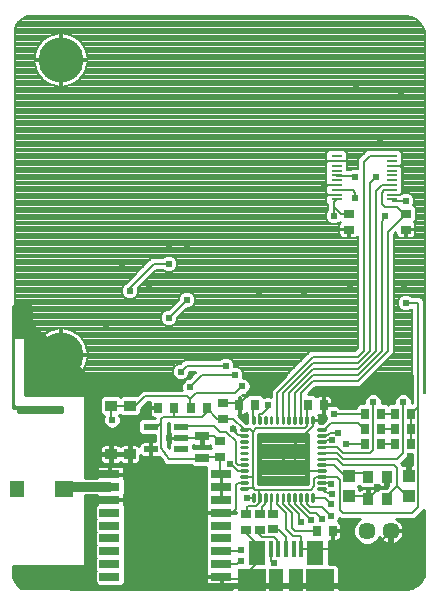
<source format=gtl>
G75*
G70*
%OFA0B0*%
%FSLAX24Y24*%
%IPPOS*%
%LPD*%
%AMOC8*
5,1,8,0,0,1.08239X$1,22.5*
%
%ADD10R,0.0709X0.0315*%
%ADD11R,0.0709X0.0276*%
%ADD12R,0.0354X0.0276*%
%ADD13R,0.0472X0.0315*%
%ADD14R,0.1575X0.0197*%
%ADD15R,0.0472X0.0551*%
%ADD16R,0.0591X0.0551*%
%ADD17C,0.0087*%
%ADD18C,0.0180*%
%ADD19C,0.1500*%
%ADD20R,0.0370X0.0090*%
%ADD21R,0.0177X0.0543*%
%ADD22R,0.0581X0.0827*%
%ADD23R,0.0935X0.0748*%
%ADD24R,0.0463X0.0748*%
%ADD25C,0.0570*%
%ADD26R,0.0394X0.0354*%
%ADD27R,0.0276X0.0354*%
%ADD28R,0.0354X0.0394*%
%ADD29R,0.0394X0.0433*%
%ADD30R,0.0472X0.0217*%
%ADD31C,0.0100*%
%ADD32C,0.0240*%
%ADD33C,0.0080*%
%ADD34C,0.0070*%
%ADD35C,0.0200*%
%ADD36C,0.0320*%
D10*
X003649Y002847D03*
X003649Y003280D03*
X003649Y003713D03*
X003649Y004146D03*
X003649Y004579D03*
X003649Y005012D03*
X003649Y005445D03*
X007389Y005445D03*
X007389Y005012D03*
X007389Y004579D03*
X007389Y004146D03*
X007389Y003713D03*
X007389Y003280D03*
X007389Y002847D03*
D11*
X007389Y002433D03*
X007389Y005858D03*
X003649Y005858D03*
X003649Y002433D03*
D12*
X007340Y006440D03*
X007340Y006951D03*
X007440Y007710D03*
X007440Y008221D03*
X008210Y004521D03*
X008210Y004010D03*
X008660Y004010D03*
X008660Y004521D03*
X009110Y004531D03*
X009110Y004020D03*
X011640Y014010D03*
X011640Y014521D03*
X013540Y014521D03*
X013540Y014010D03*
D13*
X006740Y007120D03*
X006740Y006411D03*
D14*
X001340Y008023D03*
X001340Y002708D03*
D15*
X000592Y005365D03*
D16*
X002147Y005365D03*
D17*
X008047Y005370D02*
X008255Y005370D01*
X008047Y005370D02*
X008047Y005392D01*
X008255Y005392D01*
X008255Y005370D01*
X008255Y005567D02*
X008047Y005567D01*
X008047Y005589D01*
X008255Y005589D01*
X008255Y005567D01*
X008255Y005764D02*
X008047Y005764D01*
X008047Y005786D01*
X008255Y005786D01*
X008255Y005764D01*
X008255Y005961D02*
X008047Y005961D01*
X008047Y005983D01*
X008255Y005983D01*
X008255Y005961D01*
X008255Y006158D02*
X008047Y006158D01*
X008047Y006180D01*
X008255Y006180D01*
X008255Y006158D01*
X008255Y006354D02*
X008047Y006354D01*
X008047Y006376D01*
X008255Y006376D01*
X008255Y006354D01*
X008255Y006551D02*
X008047Y006551D01*
X008047Y006573D01*
X008255Y006573D01*
X008255Y006551D01*
X008255Y006748D02*
X008047Y006748D01*
X008047Y006770D01*
X008255Y006770D01*
X008255Y006748D01*
X008255Y006945D02*
X008047Y006945D01*
X008047Y006967D01*
X008255Y006967D01*
X008255Y006945D01*
X008255Y007142D02*
X008047Y007142D01*
X008047Y007164D01*
X008255Y007164D01*
X008255Y007142D01*
X008255Y007339D02*
X008047Y007339D01*
X008047Y007361D01*
X008255Y007361D01*
X008255Y007339D01*
X008445Y007551D02*
X008445Y007759D01*
X008467Y007759D01*
X008467Y007551D01*
X008445Y007551D01*
X008445Y007637D02*
X008467Y007637D01*
X008467Y007723D02*
X008445Y007723D01*
X008642Y007759D02*
X008642Y007551D01*
X008642Y007759D02*
X008664Y007759D01*
X008664Y007551D01*
X008642Y007551D01*
X008642Y007637D02*
X008664Y007637D01*
X008664Y007723D02*
X008642Y007723D01*
X008838Y007759D02*
X008838Y007551D01*
X008838Y007759D02*
X008860Y007759D01*
X008860Y007551D01*
X008838Y007551D01*
X008838Y007637D02*
X008860Y007637D01*
X008860Y007723D02*
X008838Y007723D01*
X009035Y007759D02*
X009035Y007551D01*
X009035Y007759D02*
X009057Y007759D01*
X009057Y007551D01*
X009035Y007551D01*
X009035Y007637D02*
X009057Y007637D01*
X009057Y007723D02*
X009035Y007723D01*
X009232Y007759D02*
X009232Y007551D01*
X009232Y007759D02*
X009254Y007759D01*
X009254Y007551D01*
X009232Y007551D01*
X009232Y007637D02*
X009254Y007637D01*
X009254Y007723D02*
X009232Y007723D01*
X009429Y007759D02*
X009429Y007551D01*
X009429Y007759D02*
X009451Y007759D01*
X009451Y007551D01*
X009429Y007551D01*
X009429Y007637D02*
X009451Y007637D01*
X009451Y007723D02*
X009429Y007723D01*
X009626Y007759D02*
X009626Y007551D01*
X009626Y007759D02*
X009648Y007759D01*
X009648Y007551D01*
X009626Y007551D01*
X009626Y007637D02*
X009648Y007637D01*
X009648Y007723D02*
X009626Y007723D01*
X009823Y007759D02*
X009823Y007551D01*
X009823Y007759D02*
X009845Y007759D01*
X009845Y007551D01*
X009823Y007551D01*
X009823Y007637D02*
X009845Y007637D01*
X009845Y007723D02*
X009823Y007723D01*
X010020Y007759D02*
X010020Y007551D01*
X010020Y007759D02*
X010042Y007759D01*
X010042Y007551D01*
X010020Y007551D01*
X010020Y007637D02*
X010042Y007637D01*
X010042Y007723D02*
X010020Y007723D01*
X010216Y007759D02*
X010216Y007551D01*
X010216Y007759D02*
X010238Y007759D01*
X010238Y007551D01*
X010216Y007551D01*
X010216Y007637D02*
X010238Y007637D01*
X010238Y007723D02*
X010216Y007723D01*
X010413Y007759D02*
X010413Y007551D01*
X010413Y007759D02*
X010435Y007759D01*
X010435Y007551D01*
X010413Y007551D01*
X010413Y007637D02*
X010435Y007637D01*
X010435Y007723D02*
X010413Y007723D01*
X010625Y007361D02*
X010833Y007361D01*
X010833Y007339D01*
X010625Y007339D01*
X010625Y007361D01*
X010625Y007164D02*
X010833Y007164D01*
X010833Y007142D01*
X010625Y007142D01*
X010625Y007164D01*
X010625Y006967D02*
X010833Y006967D01*
X010833Y006945D01*
X010625Y006945D01*
X010625Y006967D01*
X010625Y006770D02*
X010833Y006770D01*
X010833Y006748D01*
X010625Y006748D01*
X010625Y006770D01*
X010625Y006573D02*
X010833Y006573D01*
X010833Y006551D01*
X010625Y006551D01*
X010625Y006573D01*
X010625Y006376D02*
X010833Y006376D01*
X010833Y006354D01*
X010625Y006354D01*
X010625Y006376D01*
X010625Y006180D02*
X010833Y006180D01*
X010833Y006158D01*
X010625Y006158D01*
X010625Y006180D01*
X010625Y005983D02*
X010833Y005983D01*
X010833Y005961D01*
X010625Y005961D01*
X010625Y005983D01*
X010625Y005786D02*
X010833Y005786D01*
X010833Y005764D01*
X010625Y005764D01*
X010625Y005786D01*
X010625Y005589D02*
X010833Y005589D01*
X010833Y005567D01*
X010625Y005567D01*
X010625Y005589D01*
X010625Y005392D02*
X010833Y005392D01*
X010833Y005370D01*
X010625Y005370D01*
X010625Y005392D01*
X010435Y005180D02*
X010435Y004972D01*
X010413Y004972D01*
X010413Y005180D01*
X010435Y005180D01*
X010435Y005058D02*
X010413Y005058D01*
X010413Y005144D02*
X010435Y005144D01*
X010238Y005180D02*
X010238Y004972D01*
X010216Y004972D01*
X010216Y005180D01*
X010238Y005180D01*
X010238Y005058D02*
X010216Y005058D01*
X010216Y005144D02*
X010238Y005144D01*
X010042Y005180D02*
X010042Y004972D01*
X010020Y004972D01*
X010020Y005180D01*
X010042Y005180D01*
X010042Y005058D02*
X010020Y005058D01*
X010020Y005144D02*
X010042Y005144D01*
X009845Y005180D02*
X009845Y004972D01*
X009823Y004972D01*
X009823Y005180D01*
X009845Y005180D01*
X009845Y005058D02*
X009823Y005058D01*
X009823Y005144D02*
X009845Y005144D01*
X009648Y005180D02*
X009648Y004972D01*
X009626Y004972D01*
X009626Y005180D01*
X009648Y005180D01*
X009648Y005058D02*
X009626Y005058D01*
X009626Y005144D02*
X009648Y005144D01*
X009451Y005180D02*
X009451Y004972D01*
X009429Y004972D01*
X009429Y005180D01*
X009451Y005180D01*
X009451Y005058D02*
X009429Y005058D01*
X009429Y005144D02*
X009451Y005144D01*
X009254Y005180D02*
X009254Y004972D01*
X009232Y004972D01*
X009232Y005180D01*
X009254Y005180D01*
X009254Y005058D02*
X009232Y005058D01*
X009232Y005144D02*
X009254Y005144D01*
X009057Y005180D02*
X009057Y004972D01*
X009035Y004972D01*
X009035Y005180D01*
X009057Y005180D01*
X009057Y005058D02*
X009035Y005058D01*
X009035Y005144D02*
X009057Y005144D01*
X008860Y005180D02*
X008860Y004972D01*
X008838Y004972D01*
X008838Y005180D01*
X008860Y005180D01*
X008860Y005058D02*
X008838Y005058D01*
X008838Y005144D02*
X008860Y005144D01*
X008664Y005180D02*
X008664Y004972D01*
X008642Y004972D01*
X008642Y005180D01*
X008664Y005180D01*
X008664Y005058D02*
X008642Y005058D01*
X008642Y005144D02*
X008664Y005144D01*
X008467Y005180D02*
X008467Y004972D01*
X008445Y004972D01*
X008445Y005180D01*
X008467Y005180D01*
X008467Y005058D02*
X008445Y005058D01*
X008445Y005144D02*
X008467Y005144D01*
D18*
X010250Y005555D02*
X010250Y007175D01*
X010250Y005555D02*
X008630Y005555D01*
X008630Y007175D01*
X010250Y007175D01*
X010250Y005734D02*
X008630Y005734D01*
X008630Y005913D02*
X010250Y005913D01*
X010250Y006092D02*
X008630Y006092D01*
X008630Y006271D02*
X010250Y006271D01*
X010250Y006450D02*
X008630Y006450D01*
X008630Y006629D02*
X010250Y006629D01*
X010250Y006808D02*
X008630Y006808D01*
X008630Y006987D02*
X010250Y006987D01*
X010250Y007166D02*
X008630Y007166D01*
D19*
X002047Y009825D03*
X002047Y019668D03*
D20*
X011236Y016455D03*
X011236Y016295D03*
X011236Y016135D03*
X011236Y015975D03*
X011236Y015815D03*
X011236Y015655D03*
X011236Y015495D03*
X011236Y015335D03*
X011236Y015175D03*
X011236Y015015D03*
X013066Y015015D03*
X013066Y015175D03*
X013066Y015335D03*
X013066Y015495D03*
X013066Y015655D03*
X013066Y015815D03*
X013066Y015975D03*
X013066Y016135D03*
X013066Y016295D03*
X013066Y016455D03*
D21*
X010052Y003365D03*
X009796Y003365D03*
X009540Y003365D03*
X009284Y003365D03*
X009028Y003365D03*
D22*
X008571Y003224D03*
X010509Y003224D03*
D23*
X010687Y002318D03*
X008393Y002318D03*
D24*
X009217Y002318D03*
X009875Y002318D03*
D25*
X012246Y003965D03*
X013034Y003965D03*
D26*
X004334Y006526D03*
X003704Y006526D03*
X003704Y008140D03*
X004334Y008140D03*
D27*
X005284Y008065D03*
X005796Y008065D03*
X006384Y008065D03*
X006896Y008065D03*
X007984Y008165D03*
X008496Y008165D03*
X010284Y008165D03*
X010796Y008165D03*
X012184Y007865D03*
X012184Y007365D03*
X012184Y006865D03*
X012696Y006865D03*
X013184Y006865D03*
X013184Y007365D03*
X013184Y007865D03*
X012696Y007865D03*
X012696Y007365D03*
X013696Y007365D03*
X013696Y007865D03*
X013696Y006865D03*
X011096Y003965D03*
X010584Y003965D03*
D28*
X012287Y005037D03*
X012287Y005765D03*
X012897Y005765D03*
X012897Y005037D03*
D29*
X013640Y005131D03*
X013640Y005800D03*
X011640Y005800D03*
X011640Y005131D03*
D30*
X006052Y006691D03*
X006052Y007065D03*
X006052Y007439D03*
X005028Y007439D03*
X005028Y006691D03*
D31*
X000538Y002223D02*
X000696Y002065D01*
X003240Y002065D01*
X003240Y002194D01*
X003184Y002250D01*
X003184Y002617D01*
X003198Y002630D01*
X003184Y002644D01*
X003184Y003050D01*
X003198Y003063D01*
X003184Y003077D01*
X003184Y003483D01*
X003198Y003496D01*
X003184Y003510D01*
X003184Y003916D01*
X003198Y003929D01*
X003184Y003943D01*
X003184Y004349D01*
X003198Y004362D01*
X003184Y004376D01*
X003184Y004782D01*
X003240Y004838D01*
X003240Y005175D01*
X002852Y005175D01*
X002852Y002834D01*
X002809Y002790D01*
X000440Y002790D01*
X000440Y002545D01*
X000451Y002432D01*
X000538Y002223D01*
X000523Y002259D02*
X003184Y002259D01*
X003124Y002259D02*
X002340Y002259D01*
X002340Y002161D02*
X003188Y002161D01*
X003224Y002125D02*
X003124Y002225D01*
X003124Y004807D01*
X003146Y004828D01*
X003144Y004835D01*
X003144Y004983D01*
X003620Y004983D01*
X003620Y005041D01*
X003144Y005041D01*
X003144Y005115D01*
X002972Y005115D01*
X002972Y002785D01*
X002858Y002670D01*
X002340Y002670D01*
X002340Y002035D01*
X007756Y002035D01*
X007756Y002145D01*
X007408Y002145D01*
X007408Y002414D01*
X007370Y002414D01*
X007370Y002145D01*
X007015Y002145D01*
X006977Y002156D01*
X006942Y002175D01*
X006914Y002203D01*
X006895Y002237D01*
X006884Y002276D01*
X006884Y002414D01*
X007370Y002414D01*
X007370Y002452D01*
X006884Y002452D01*
X006884Y002591D01*
X006886Y002597D01*
X006864Y002619D01*
X006864Y004374D01*
X006886Y004395D01*
X006884Y004402D01*
X006884Y004550D01*
X007360Y004550D01*
X007360Y004608D01*
X006884Y004608D01*
X006884Y004756D01*
X006886Y004762D01*
X006864Y004784D01*
X006864Y006067D01*
X006882Y006084D01*
X006433Y006084D01*
X006362Y006155D01*
X005708Y006155D01*
X005692Y006144D01*
X005623Y006155D01*
X005553Y006155D01*
X005539Y006169D01*
X005520Y006172D01*
X005479Y006229D01*
X005430Y006278D01*
X005430Y006298D01*
X004672Y006298D01*
X004670Y006291D02*
X004681Y006329D01*
X004681Y006482D01*
X004700Y006463D01*
X004734Y006443D01*
X004772Y006433D01*
X005024Y006433D01*
X005024Y006687D01*
X005032Y006687D01*
X005032Y006433D01*
X005284Y006433D01*
X005322Y006443D01*
X005324Y006445D01*
X005430Y006298D01*
X005501Y006199D02*
X004552Y006199D01*
X004550Y006199D02*
X004588Y006209D01*
X004623Y006229D01*
X004651Y006257D01*
X004670Y006291D01*
X004681Y006396D02*
X005359Y006396D01*
X005032Y006495D02*
X005024Y006495D01*
X005024Y006593D02*
X005032Y006593D01*
X005032Y006696D02*
X005024Y006696D01*
X005024Y006950D01*
X004772Y006950D01*
X004734Y006939D01*
X004700Y006920D01*
X004672Y006892D01*
X004652Y006858D01*
X004642Y006819D01*
X004642Y006804D01*
X004623Y006823D01*
X004588Y006843D01*
X004550Y006853D01*
X004372Y006853D01*
X004372Y006565D01*
X004295Y006565D01*
X004295Y006853D01*
X004117Y006853D01*
X004079Y006843D01*
X004045Y006823D01*
X004019Y006797D01*
X003993Y006823D01*
X003959Y006843D01*
X003920Y006853D01*
X003742Y006853D01*
X003742Y006565D01*
X003665Y006565D01*
X003665Y006853D01*
X003487Y006853D01*
X003449Y006843D01*
X003415Y006823D01*
X003387Y006795D01*
X003367Y006761D01*
X003357Y006723D01*
X003357Y006565D01*
X003665Y006565D01*
X003665Y006488D01*
X003357Y006488D01*
X003357Y006329D01*
X003367Y006291D01*
X003387Y006257D01*
X003415Y006229D01*
X003449Y006209D01*
X003487Y006199D01*
X003665Y006199D01*
X003665Y006487D01*
X003742Y006487D01*
X003742Y006199D01*
X003920Y006199D01*
X003959Y006209D01*
X003993Y006229D01*
X004019Y006255D01*
X004045Y006229D01*
X004079Y006209D01*
X004117Y006199D01*
X004295Y006199D01*
X004295Y006487D01*
X004372Y006487D01*
X004372Y006199D01*
X004550Y006199D01*
X004372Y006199D02*
X004295Y006199D01*
X004295Y006298D02*
X004372Y006298D01*
X004372Y006396D02*
X004295Y006396D01*
X004295Y006488D02*
X003742Y006488D01*
X003742Y006565D01*
X004051Y006565D01*
X004295Y006565D01*
X004295Y006488D01*
X004295Y006495D02*
X003742Y006495D01*
X003665Y006495D02*
X002972Y006495D01*
X002972Y006593D02*
X003357Y006593D01*
X003357Y006692D02*
X002972Y006692D01*
X002972Y006790D02*
X003384Y006790D01*
X003240Y006790D02*
X002852Y006790D01*
X002852Y006692D02*
X003240Y006692D01*
X003240Y006593D02*
X002852Y006593D01*
X002852Y006495D02*
X003240Y006495D01*
X003240Y006396D02*
X002852Y006396D01*
X002852Y006298D02*
X003240Y006298D01*
X003240Y006199D02*
X002852Y006199D01*
X002852Y006101D02*
X003240Y006101D01*
X003236Y006136D02*
X003202Y006116D01*
X003174Y006088D01*
X003155Y006054D01*
X003144Y006016D01*
X003144Y005877D01*
X003630Y005877D01*
X003630Y005839D01*
X003144Y005839D01*
X003144Y005775D01*
X002972Y005775D01*
X002972Y008509D01*
X002858Y008623D01*
X002340Y008623D01*
X002340Y008972D01*
X002446Y009016D01*
X002548Y009075D01*
X002642Y009147D01*
X002660Y009165D01*
X005768Y009165D01*
X005794Y009101D01*
X005876Y009020D01*
X005982Y008975D01*
X006098Y008975D01*
X006170Y009005D01*
X006094Y008930D01*
X006050Y008823D01*
X006050Y008708D01*
X006063Y008675D01*
X004753Y008675D01*
X004630Y008552D01*
X004565Y008487D01*
X004066Y008487D01*
X004019Y008440D01*
X003971Y008487D01*
X003437Y008487D01*
X003337Y008388D01*
X003337Y007893D01*
X003437Y007793D01*
X003479Y007793D01*
X003450Y007723D01*
X003450Y007608D01*
X003494Y007501D01*
X003576Y007420D01*
X003682Y007375D01*
X003798Y007375D01*
X003904Y007420D01*
X003986Y007501D01*
X004030Y007608D01*
X004030Y007723D01*
X003992Y007814D01*
X004019Y007841D01*
X004066Y007793D01*
X004601Y007793D01*
X004701Y007893D01*
X004701Y008029D01*
X004927Y008255D01*
X004996Y008255D01*
X004996Y008084D01*
X005265Y008084D01*
X005265Y008047D01*
X004996Y008047D01*
X004996Y007869D01*
X005007Y007830D01*
X005026Y007796D01*
X005054Y007768D01*
X005088Y007749D01*
X005127Y007738D01*
X005174Y007738D01*
X005174Y007718D01*
X004722Y007718D01*
X004622Y007618D01*
X004622Y007261D01*
X004722Y007161D01*
X005174Y007161D01*
X005174Y006950D01*
X005032Y006950D01*
X005032Y006696D01*
X005024Y006790D02*
X005032Y006790D01*
X005024Y006889D02*
X005032Y006889D01*
X005174Y006987D02*
X002972Y006987D01*
X002972Y006889D02*
X004670Y006889D01*
X004698Y007184D02*
X002972Y007184D01*
X002972Y007086D02*
X005174Y007086D01*
X005594Y007086D02*
X005666Y007086D01*
X005666Y007070D02*
X006048Y007070D01*
X006048Y007061D01*
X005666Y007061D01*
X005666Y006937D01*
X005676Y006900D01*
X005646Y006870D01*
X005646Y006717D01*
X005594Y006789D01*
X005594Y007560D01*
X005646Y007560D01*
X005646Y007261D01*
X005676Y007231D01*
X005666Y007193D01*
X005666Y007070D01*
X005666Y006987D02*
X005594Y006987D01*
X005594Y006889D02*
X005664Y006889D01*
X005646Y006790D02*
X005594Y006790D01*
X005594Y007184D02*
X005666Y007184D01*
X005646Y007283D02*
X005594Y007283D01*
X005594Y007381D02*
X005646Y007381D01*
X005646Y007480D02*
X005594Y007480D01*
X005047Y007775D02*
X004008Y007775D01*
X004030Y007677D02*
X004681Y007677D01*
X004622Y007578D02*
X004018Y007578D01*
X003965Y007480D02*
X004622Y007480D01*
X004622Y007381D02*
X003812Y007381D01*
X003668Y007381D02*
X002972Y007381D01*
X002972Y007283D02*
X004622Y007283D01*
X004372Y006790D02*
X004295Y006790D01*
X004295Y006692D02*
X004372Y006692D01*
X004372Y006593D02*
X004295Y006593D01*
X004115Y006199D02*
X003922Y006199D01*
X004023Y006146D02*
X003668Y006146D01*
X003668Y005877D01*
X004153Y005877D01*
X004153Y006016D01*
X004143Y006054D01*
X004123Y006088D01*
X004095Y006116D01*
X004061Y006136D01*
X004023Y006146D01*
X004110Y006101D02*
X006416Y006101D01*
X006864Y006002D02*
X004153Y006002D01*
X004153Y005904D02*
X006864Y005904D01*
X006864Y005805D02*
X004153Y005805D01*
X004153Y005839D02*
X004153Y005701D01*
X004151Y005695D01*
X004173Y005673D01*
X004173Y005217D01*
X004151Y005195D01*
X004153Y005189D01*
X004153Y005041D01*
X003677Y005041D01*
X003677Y004983D01*
X004153Y004983D01*
X004153Y004835D01*
X004151Y004828D01*
X004173Y004807D01*
X004173Y002225D01*
X004073Y002125D01*
X003224Y002125D01*
X003240Y002161D02*
X000600Y002161D01*
X000482Y002358D02*
X003184Y002358D01*
X003124Y002358D02*
X002340Y002358D01*
X002340Y002456D02*
X003124Y002456D01*
X003184Y002456D02*
X000449Y002456D01*
X000440Y002555D02*
X003184Y002555D01*
X003124Y002555D02*
X002340Y002555D01*
X002340Y002653D02*
X003124Y002653D01*
X003184Y002653D02*
X000440Y002653D01*
X000440Y002752D02*
X003184Y002752D01*
X003124Y002752D02*
X002940Y002752D01*
X002972Y002850D02*
X003124Y002850D01*
X003184Y002850D02*
X002852Y002850D01*
X002852Y002949D02*
X003184Y002949D01*
X003124Y002949D02*
X002972Y002949D01*
X002972Y003047D02*
X003124Y003047D01*
X003184Y003047D02*
X002852Y003047D01*
X002852Y003146D02*
X003184Y003146D01*
X003124Y003146D02*
X002972Y003146D01*
X002972Y003244D02*
X003124Y003244D01*
X003184Y003244D02*
X002852Y003244D01*
X002852Y003343D02*
X003184Y003343D01*
X003124Y003343D02*
X002972Y003343D01*
X002972Y003441D02*
X003124Y003441D01*
X003184Y003441D02*
X002852Y003441D01*
X002852Y003540D02*
X003184Y003540D01*
X003124Y003540D02*
X002972Y003540D01*
X002972Y003638D02*
X003124Y003638D01*
X003184Y003638D02*
X002852Y003638D01*
X002852Y003737D02*
X003184Y003737D01*
X003124Y003737D02*
X002972Y003737D01*
X002972Y003835D02*
X003124Y003835D01*
X003184Y003835D02*
X002852Y003835D01*
X002852Y003934D02*
X003193Y003934D01*
X003124Y003934D02*
X002972Y003934D01*
X002972Y004032D02*
X003124Y004032D01*
X003184Y004032D02*
X002852Y004032D01*
X002852Y004131D02*
X003184Y004131D01*
X003124Y004131D02*
X002972Y004131D01*
X002972Y004229D02*
X003124Y004229D01*
X003184Y004229D02*
X002852Y004229D01*
X002852Y004328D02*
X003184Y004328D01*
X003124Y004328D02*
X002972Y004328D01*
X002972Y004426D02*
X003124Y004426D01*
X003184Y004426D02*
X002852Y004426D01*
X002852Y004525D02*
X003184Y004525D01*
X003124Y004525D02*
X002972Y004525D01*
X002972Y004623D02*
X003124Y004623D01*
X003184Y004623D02*
X002852Y004623D01*
X002852Y004722D02*
X003184Y004722D01*
X003124Y004722D02*
X002972Y004722D01*
X002972Y004820D02*
X003138Y004820D01*
X003223Y004820D02*
X002852Y004820D01*
X002852Y004919D02*
X003240Y004919D01*
X003144Y004919D02*
X002972Y004919D01*
X002972Y005017D02*
X003620Y005017D01*
X003677Y005017D02*
X006864Y005017D01*
X006864Y004919D02*
X004153Y004919D01*
X004159Y004820D02*
X006864Y004820D01*
X006884Y004722D02*
X004173Y004722D01*
X004173Y004623D02*
X006884Y004623D01*
X006884Y004525D02*
X004173Y004525D01*
X004173Y004426D02*
X006884Y004426D01*
X006864Y004328D02*
X004173Y004328D01*
X004173Y004229D02*
X006864Y004229D01*
X006864Y004131D02*
X004173Y004131D01*
X004173Y004032D02*
X006864Y004032D01*
X006864Y003934D02*
X004173Y003934D01*
X004173Y003835D02*
X006864Y003835D01*
X006864Y003737D02*
X004173Y003737D01*
X004173Y003638D02*
X006864Y003638D01*
X006864Y003540D02*
X004173Y003540D01*
X004173Y003441D02*
X006864Y003441D01*
X006864Y003343D02*
X004173Y003343D01*
X004173Y003244D02*
X006864Y003244D01*
X006864Y003146D02*
X004173Y003146D01*
X004173Y003047D02*
X006864Y003047D01*
X006864Y002949D02*
X004173Y002949D01*
X004173Y002850D02*
X006864Y002850D01*
X006864Y002752D02*
X004173Y002752D01*
X004173Y002653D02*
X006864Y002653D01*
X006884Y002555D02*
X004173Y002555D01*
X004173Y002456D02*
X006884Y002456D01*
X006884Y002358D02*
X004173Y002358D01*
X004173Y002259D02*
X006889Y002259D01*
X006967Y002161D02*
X004109Y002161D01*
X002340Y002062D02*
X007756Y002062D01*
X007408Y002161D02*
X007370Y002161D01*
X007370Y002259D02*
X007408Y002259D01*
X007408Y002358D02*
X007370Y002358D01*
X007418Y004550D02*
X007863Y004550D01*
X007863Y004608D01*
X007418Y004608D01*
X007418Y004550D01*
X007389Y005012D02*
X007389Y005445D01*
X007389Y005858D01*
X006864Y005707D02*
X004153Y005707D01*
X004173Y005608D02*
X006864Y005608D01*
X006864Y005510D02*
X004173Y005510D01*
X004173Y005411D02*
X006864Y005411D01*
X006864Y005313D02*
X004173Y005313D01*
X004170Y005214D02*
X006864Y005214D01*
X006864Y005116D02*
X004153Y005116D01*
X004153Y005839D02*
X003668Y005839D01*
X003668Y005877D01*
X003630Y005877D01*
X003630Y006146D01*
X003275Y006146D01*
X003236Y006136D01*
X003187Y006101D02*
X002972Y006101D01*
X002972Y006199D02*
X003485Y006199D01*
X003365Y006298D02*
X002972Y006298D01*
X002972Y006396D02*
X003357Y006396D01*
X003630Y006101D02*
X003668Y006101D01*
X003665Y006199D02*
X003742Y006199D01*
X003742Y006298D02*
X003665Y006298D01*
X003665Y006396D02*
X003742Y006396D01*
X003742Y006593D02*
X003665Y006593D01*
X003665Y006692D02*
X003742Y006692D01*
X003742Y006790D02*
X003665Y006790D01*
X003240Y006889D02*
X002852Y006889D01*
X002852Y006987D02*
X003240Y006987D01*
X003240Y007086D02*
X002852Y007086D01*
X002852Y007184D02*
X003240Y007184D01*
X003240Y007283D02*
X002852Y007283D01*
X002852Y007381D02*
X003240Y007381D01*
X003240Y007480D02*
X002852Y007480D01*
X002852Y007578D02*
X003240Y007578D01*
X003240Y007677D02*
X002852Y007677D01*
X002852Y007775D02*
X003240Y007775D01*
X003240Y007874D02*
X002852Y007874D01*
X002852Y007972D02*
X003240Y007972D01*
X003337Y007972D02*
X002972Y007972D01*
X002972Y007874D02*
X003356Y007874D01*
X003472Y007775D02*
X002972Y007775D01*
X002972Y007677D02*
X003450Y007677D01*
X003462Y007578D02*
X002972Y007578D01*
X002972Y007480D02*
X003515Y007480D01*
X003337Y008071D02*
X002972Y008071D01*
X002972Y008169D02*
X003337Y008169D01*
X003240Y008169D02*
X002852Y008169D01*
X002852Y008071D02*
X003240Y008071D01*
X003240Y008268D02*
X002852Y008268D01*
X002852Y008366D02*
X003240Y008366D01*
X003337Y008366D02*
X002972Y008366D01*
X002972Y008268D02*
X003337Y008268D01*
X003414Y008465D02*
X002972Y008465D01*
X002918Y008563D02*
X004641Y008563D01*
X004740Y008662D02*
X002340Y008662D01*
X002340Y008760D02*
X006050Y008760D01*
X006065Y008859D02*
X002340Y008859D01*
X002340Y008957D02*
X006122Y008957D01*
X005839Y009056D02*
X002515Y009056D01*
X002649Y009154D02*
X005772Y009154D01*
X005265Y008071D02*
X004742Y008071D01*
X004701Y007972D02*
X004996Y007972D01*
X004996Y007874D02*
X004682Y007874D01*
X004841Y008169D02*
X004996Y008169D01*
X004044Y008465D02*
X003993Y008465D01*
X003240Y008465D02*
X002847Y008465D01*
X002852Y008459D02*
X002809Y008503D01*
X000852Y008503D01*
X000852Y010397D01*
X000809Y010440D01*
X000496Y010440D01*
X000453Y010397D01*
X000453Y008147D01*
X000496Y008103D01*
X002078Y008103D01*
X002078Y007940D01*
X000602Y007940D01*
X000602Y008022D01*
X000559Y008065D01*
X000440Y008065D01*
X000440Y011465D01*
X001040Y011465D01*
X001040Y010865D01*
X003240Y008865D01*
X003240Y005715D01*
X002852Y005715D01*
X002852Y008459D01*
X003139Y008957D02*
X000852Y008957D01*
X000852Y008859D02*
X003240Y008859D01*
X003240Y008760D02*
X000852Y008760D01*
X000852Y008662D02*
X003240Y008662D01*
X003240Y008563D02*
X000852Y008563D01*
X000852Y009056D02*
X003030Y009056D01*
X002922Y009154D02*
X000852Y009154D01*
X000852Y009253D02*
X002814Y009253D01*
X002705Y009351D02*
X000852Y009351D01*
X000852Y009450D02*
X002597Y009450D01*
X002489Y009548D02*
X000852Y009548D01*
X000852Y009647D02*
X002380Y009647D01*
X002272Y009745D02*
X000852Y009745D01*
X000852Y009844D02*
X002164Y009844D01*
X002055Y009942D02*
X000852Y009942D01*
X000852Y010041D02*
X001947Y010041D01*
X001839Y010139D02*
X000852Y010139D01*
X000852Y010238D02*
X001730Y010238D01*
X001622Y010336D02*
X000852Y010336D01*
X000814Y010435D02*
X001514Y010435D01*
X001405Y010533D02*
X000440Y010533D01*
X000440Y010435D02*
X000491Y010435D01*
X000453Y010336D02*
X000440Y010336D01*
X000440Y010238D02*
X000453Y010238D01*
X000440Y010139D02*
X000453Y010139D01*
X000440Y010041D02*
X000453Y010041D01*
X000440Y009942D02*
X000453Y009942D01*
X000440Y009844D02*
X000453Y009844D01*
X000440Y009745D02*
X000453Y009745D01*
X000440Y009647D02*
X000453Y009647D01*
X000440Y009548D02*
X000453Y009548D01*
X000440Y009450D02*
X000453Y009450D01*
X000440Y009351D02*
X000453Y009351D01*
X000440Y009253D02*
X000453Y009253D01*
X000440Y009154D02*
X000453Y009154D01*
X000440Y009056D02*
X000453Y009056D01*
X000440Y008957D02*
X000453Y008957D01*
X000440Y008859D02*
X000453Y008859D01*
X000440Y008760D02*
X000453Y008760D01*
X000440Y008662D02*
X000453Y008662D01*
X000440Y008563D02*
X000453Y008563D01*
X000440Y008465D02*
X000453Y008465D01*
X000440Y008366D02*
X000453Y008366D01*
X000440Y008268D02*
X000453Y008268D01*
X000440Y008169D02*
X000453Y008169D01*
X000440Y008071D02*
X002078Y008071D01*
X002078Y007972D02*
X000602Y007972D01*
X002247Y005445D02*
X002147Y005365D01*
X002852Y005116D02*
X003240Y005116D01*
X003240Y005017D02*
X002852Y005017D01*
X002852Y005805D02*
X003240Y005805D01*
X003144Y005805D02*
X002972Y005805D01*
X002972Y005904D02*
X003144Y005904D01*
X003240Y005904D02*
X002852Y005904D01*
X002852Y006002D02*
X003240Y006002D01*
X003144Y006002D02*
X002972Y006002D01*
X003630Y006002D02*
X003668Y006002D01*
X003668Y005904D02*
X003630Y005904D01*
X006458Y006739D02*
X006458Y006819D01*
X006484Y006812D01*
X006711Y006812D01*
X006711Y007091D01*
X006769Y007091D01*
X006769Y006812D01*
X006996Y006812D01*
X007013Y006817D01*
X007013Y006794D01*
X007023Y006756D01*
X007033Y006739D01*
X006458Y006739D01*
X006458Y006790D02*
X007014Y006790D01*
X006769Y006889D02*
X006711Y006889D01*
X006711Y006987D02*
X006769Y006987D01*
X006769Y007086D02*
X006711Y007086D01*
X007695Y007409D02*
X007745Y007459D01*
X007833Y007370D01*
X007833Y007291D01*
X007695Y007409D01*
X007727Y007381D02*
X007822Y007381D01*
X008022Y007775D02*
X008232Y007775D01*
X008232Y007848D02*
X008232Y007575D01*
X008222Y007575D01*
X007959Y007838D01*
X007965Y007838D01*
X007965Y008147D01*
X008003Y008147D01*
X008003Y007838D01*
X008142Y007838D01*
X008180Y007849D01*
X008214Y007868D01*
X008226Y007880D01*
X008245Y007861D01*
X008232Y007848D01*
X008232Y007874D02*
X008220Y007874D01*
X008232Y007677D02*
X008120Y007677D01*
X008219Y007578D02*
X008232Y007578D01*
X008003Y007874D02*
X007965Y007874D01*
X007965Y007972D02*
X008003Y007972D01*
X008003Y008071D02*
X007965Y008071D01*
X007965Y008184D02*
X007965Y008394D01*
X007985Y008414D01*
X008003Y008430D01*
X008003Y008184D01*
X007965Y008184D01*
X007965Y008268D02*
X008003Y008268D01*
X008003Y008366D02*
X007965Y008366D01*
X008071Y008493D02*
X008074Y008495D01*
X008138Y008495D01*
X008244Y008540D01*
X008326Y008621D01*
X008370Y008728D01*
X008370Y008843D01*
X008326Y008950D01*
X008244Y009031D01*
X008138Y009075D01*
X008117Y009075D01*
X008130Y009108D01*
X008130Y009165D01*
X009543Y009165D01*
X009030Y008652D01*
X009030Y008478D01*
X009033Y008475D01*
X009033Y008441D01*
X008998Y008455D01*
X008882Y008455D01*
X008797Y008420D01*
X008704Y008513D01*
X008288Y008513D01*
X008226Y008451D01*
X008214Y008463D01*
X008180Y008482D01*
X008142Y008493D01*
X008071Y008493D01*
X008210Y008465D02*
X008240Y008465D01*
X008268Y008563D02*
X009030Y008563D01*
X009033Y008465D02*
X008752Y008465D01*
X009040Y008662D02*
X008343Y008662D01*
X008370Y008760D02*
X009138Y008760D01*
X009237Y008859D02*
X008363Y008859D01*
X008318Y008957D02*
X009335Y008957D01*
X009434Y009056D02*
X008185Y009056D01*
X008130Y009154D02*
X009532Y009154D01*
X010284Y008513D02*
X010527Y008755D01*
X012027Y008755D01*
X012437Y009165D01*
X013730Y009165D01*
X013730Y008213D01*
X013730Y008323D01*
X013686Y008430D01*
X013604Y008511D01*
X013498Y008555D01*
X013382Y008555D01*
X013276Y008511D01*
X013194Y008430D01*
X013150Y008323D01*
X013150Y008213D01*
X012976Y008213D01*
X012940Y008177D01*
X012904Y008213D01*
X012730Y008213D01*
X012730Y008323D01*
X012686Y008430D01*
X012604Y008511D01*
X012498Y008555D01*
X012382Y008555D01*
X012276Y008511D01*
X012194Y008430D01*
X012150Y008323D01*
X012150Y008213D01*
X011976Y008213D01*
X011876Y008113D01*
X011876Y008075D01*
X011340Y008075D01*
X011304Y008111D01*
X011198Y008155D01*
X011082Y008155D01*
X011061Y008147D01*
X010815Y008147D01*
X010815Y008184D01*
X011084Y008184D01*
X011084Y008362D01*
X011073Y008401D01*
X011054Y008435D01*
X011026Y008463D01*
X010992Y008482D01*
X010953Y008493D01*
X010815Y008493D01*
X010815Y008184D01*
X010777Y008184D01*
X010777Y008493D01*
X010638Y008493D01*
X010600Y008482D01*
X010566Y008463D01*
X010554Y008451D01*
X010492Y008513D01*
X010284Y008513D01*
X010335Y008563D02*
X013730Y008563D01*
X013730Y008465D02*
X013651Y008465D01*
X013712Y008366D02*
X013730Y008366D01*
X013730Y008268D02*
X013730Y008268D01*
X013730Y008213D02*
X013730Y008213D01*
X013730Y008662D02*
X010434Y008662D01*
X010540Y008465D02*
X010570Y008465D01*
X010777Y008465D02*
X010815Y008465D01*
X010815Y008366D02*
X010777Y008366D01*
X010777Y008268D02*
X010815Y008268D01*
X010815Y008169D02*
X011933Y008169D01*
X012150Y008268D02*
X011084Y008268D01*
X011083Y008366D02*
X012168Y008366D01*
X012229Y008465D02*
X011022Y008465D01*
X010815Y008147D02*
X010777Y008147D01*
X010777Y007838D01*
X010638Y007838D01*
X010608Y007846D01*
X010615Y007834D01*
X010628Y007785D01*
X010628Y007655D01*
X010452Y007655D01*
X010452Y007655D01*
X010628Y007655D01*
X010628Y007574D01*
X010657Y007574D01*
X010658Y007575D01*
X010753Y007575D01*
X010890Y007712D01*
X010850Y007808D01*
X010850Y007838D01*
X010815Y007838D01*
X010815Y008147D01*
X010815Y008071D02*
X010777Y008071D01*
X010777Y007972D02*
X010815Y007972D01*
X010815Y007874D02*
X010777Y007874D01*
X010863Y007775D02*
X010628Y007775D01*
X010628Y007677D02*
X010855Y007677D01*
X010756Y007578D02*
X010628Y007578D01*
X012032Y008760D02*
X013730Y008760D01*
X013730Y008859D02*
X012131Y008859D01*
X012229Y008957D02*
X013730Y008957D01*
X013730Y009056D02*
X012328Y009056D01*
X012426Y009154D02*
X013730Y009154D01*
X013229Y008465D02*
X012651Y008465D01*
X012712Y008366D02*
X013168Y008366D01*
X013150Y008268D02*
X012730Y008268D01*
X013650Y006518D02*
X013730Y006518D01*
X013730Y006167D01*
X013688Y006167D01*
X013688Y005849D01*
X013592Y005849D01*
X013592Y006167D01*
X013436Y006167D01*
X013387Y006215D01*
X013450Y006278D01*
X013650Y006478D01*
X013650Y006518D01*
X013650Y006495D02*
X013730Y006495D01*
X013730Y006396D02*
X013568Y006396D01*
X013469Y006298D02*
X013730Y006298D01*
X013730Y006199D02*
X013403Y006199D01*
X013592Y006101D02*
X013688Y006101D01*
X013688Y006002D02*
X013592Y006002D01*
X013592Y005904D02*
X013688Y005904D01*
X012936Y005727D02*
X012936Y005459D01*
X012882Y005404D01*
X012650Y005404D01*
X012578Y005332D01*
X012557Y005354D01*
X012522Y005374D01*
X012484Y005384D01*
X012326Y005384D01*
X012326Y005076D01*
X012249Y005076D01*
X012249Y005384D01*
X012090Y005384D01*
X012052Y005374D01*
X012018Y005354D01*
X011990Y005326D01*
X011987Y005321D01*
X011987Y005367D01*
X011977Y005405D01*
X011957Y005439D01*
X011945Y005451D01*
X011966Y005472D01*
X012040Y005399D01*
X012535Y005399D01*
X012607Y005470D01*
X012628Y005449D01*
X012662Y005429D01*
X012701Y005419D01*
X012859Y005419D01*
X012859Y005727D01*
X012936Y005727D01*
X012936Y005707D02*
X012859Y005707D01*
X012859Y005608D02*
X012936Y005608D01*
X012936Y005510D02*
X012859Y005510D01*
X012889Y005411D02*
X012548Y005411D01*
X012326Y005313D02*
X012249Y005313D01*
X012249Y005214D02*
X012326Y005214D01*
X012326Y005116D02*
X012249Y005116D01*
X012027Y005411D02*
X011973Y005411D01*
X011999Y004355D02*
X011353Y004355D01*
X011321Y004387D01*
X011286Y004301D01*
X011272Y004288D01*
X011292Y004282D01*
X011326Y004263D01*
X011354Y004235D01*
X011373Y004201D01*
X011384Y004162D01*
X011384Y003984D01*
X011115Y003984D01*
X011115Y003947D01*
X011384Y003947D01*
X011384Y003769D01*
X011373Y003730D01*
X011354Y003696D01*
X011326Y003668D01*
X011292Y003649D01*
X011253Y003638D01*
X011115Y003638D01*
X011115Y003947D01*
X011077Y003947D01*
X011077Y003638D01*
X010970Y003638D01*
X010970Y002862D01*
X011225Y002862D01*
X011324Y002763D01*
X011324Y002035D01*
X013381Y002035D01*
X013391Y002043D01*
X013450Y002035D01*
X013510Y002035D01*
X013514Y002031D01*
X013558Y002029D01*
X013747Y002065D01*
X013916Y002158D01*
X014049Y002298D01*
X014131Y002472D01*
X014150Y002560D01*
X014150Y004678D01*
X013950Y004478D01*
X013827Y004355D01*
X013226Y004355D01*
X013262Y004338D01*
X013317Y004297D01*
X013365Y004249D01*
X013406Y004193D01*
X013437Y004132D01*
X013458Y004067D01*
X013469Y004000D01*
X013469Y003984D01*
X013053Y003984D01*
X013053Y003947D01*
X013469Y003947D01*
X013469Y003931D01*
X013458Y003864D01*
X013437Y003798D01*
X013406Y003737D01*
X013365Y003682D01*
X013317Y003634D01*
X013262Y003593D01*
X013201Y003562D01*
X013136Y003541D01*
X013068Y003530D01*
X013053Y003530D01*
X013053Y003947D01*
X013015Y003947D01*
X013015Y003530D01*
X012999Y003530D01*
X012932Y003541D01*
X012867Y003562D01*
X012806Y003593D01*
X012750Y003634D01*
X012702Y003682D01*
X012662Y003737D01*
X012644Y003737D01*
X012662Y003737D02*
X012652Y003756D01*
X012632Y003708D01*
X012504Y003580D01*
X012337Y003510D01*
X012156Y003510D01*
X011989Y003580D01*
X011861Y003708D01*
X011791Y003875D01*
X011791Y004056D01*
X011861Y004223D01*
X011989Y004351D01*
X011999Y004355D01*
X011965Y004328D02*
X011297Y004328D01*
X011357Y004229D02*
X011867Y004229D01*
X011822Y004131D02*
X011384Y004131D01*
X011384Y004032D02*
X011791Y004032D01*
X011791Y003934D02*
X011384Y003934D01*
X011384Y003835D02*
X011808Y003835D01*
X011848Y003737D02*
X011375Y003737D01*
X011254Y003638D02*
X011930Y003638D01*
X012085Y003540D02*
X010970Y003540D01*
X010970Y003441D02*
X014150Y003441D01*
X014150Y003343D02*
X010970Y003343D01*
X010970Y003244D02*
X014150Y003244D01*
X014150Y003146D02*
X010970Y003146D01*
X010970Y003047D02*
X014150Y003047D01*
X014150Y002949D02*
X010970Y002949D01*
X011236Y002850D02*
X014150Y002850D01*
X014150Y002752D02*
X011324Y002752D01*
X011324Y002653D02*
X014150Y002653D01*
X014148Y002555D02*
X011324Y002555D01*
X011324Y002456D02*
X014124Y002456D01*
X014077Y002358D02*
X011324Y002358D01*
X011324Y002259D02*
X014012Y002259D01*
X013919Y002161D02*
X011324Y002161D01*
X011324Y002062D02*
X013733Y002062D01*
X014150Y003540D02*
X013128Y003540D01*
X013053Y003540D02*
X013015Y003540D01*
X012939Y003540D02*
X012408Y003540D01*
X012563Y003638D02*
X012746Y003638D01*
X013015Y003638D02*
X013053Y003638D01*
X013053Y003737D02*
X013015Y003737D01*
X013015Y003835D02*
X013053Y003835D01*
X013053Y003934D02*
X013015Y003934D01*
X013322Y003638D02*
X014150Y003638D01*
X014150Y003737D02*
X013405Y003737D01*
X013449Y003835D02*
X014150Y003835D01*
X014150Y003934D02*
X013469Y003934D01*
X013464Y004032D02*
X014150Y004032D01*
X014150Y004131D02*
X013437Y004131D01*
X013380Y004229D02*
X014150Y004229D01*
X014150Y004328D02*
X013275Y004328D01*
X013898Y004426D02*
X014150Y004426D01*
X014150Y004525D02*
X013996Y004525D01*
X014095Y004623D02*
X014150Y004623D01*
X011115Y003934D02*
X011077Y003934D01*
X011077Y003835D02*
X011115Y003835D01*
X011115Y003737D02*
X011077Y003737D01*
X011077Y003638D02*
X011115Y003638D01*
X001297Y010632D02*
X000440Y010632D01*
X000440Y010730D02*
X001188Y010730D01*
X001080Y010829D02*
X000440Y010829D01*
X000440Y010927D02*
X001040Y010927D01*
X001040Y011026D02*
X000440Y011026D01*
X000440Y011124D02*
X001040Y011124D01*
X001040Y011223D02*
X000440Y011223D01*
X000440Y011321D02*
X001040Y011321D01*
X001040Y011420D02*
X000440Y011420D01*
D32*
X000640Y011265D03*
X000640Y010765D03*
X001040Y010465D03*
X001040Y009865D03*
X001040Y009265D03*
X001040Y008665D03*
X001640Y008665D03*
X002240Y008665D03*
X002840Y008665D03*
X003040Y007665D03*
X003040Y007065D03*
X003040Y006465D03*
X003040Y005865D03*
X002940Y004765D03*
X002940Y004165D03*
X002940Y003565D03*
X002940Y002965D03*
X002540Y002565D03*
X002040Y002265D03*
X001340Y002265D03*
X000640Y002265D03*
X004540Y002665D03*
X004540Y003665D03*
X004540Y004665D03*
X004540Y005665D03*
X005540Y005665D03*
X005540Y004665D03*
X005540Y003665D03*
X005540Y002665D03*
X006540Y002665D03*
X006540Y003665D03*
X006540Y004665D03*
X006540Y005665D03*
X005640Y007065D03*
X006340Y008765D03*
X006040Y009265D03*
X005190Y008965D03*
X004490Y008965D03*
X003740Y007665D03*
X003540Y010865D03*
X004340Y011965D03*
X004990Y012165D03*
X005640Y012865D03*
X005640Y013365D03*
X006240Y013365D03*
X006240Y011665D03*
X005640Y011065D03*
X006940Y009765D03*
X007540Y009465D03*
X007840Y009165D03*
X008080Y008785D03*
X008940Y008765D03*
X008940Y008165D03*
X007780Y007365D03*
X007670Y006195D03*
X008240Y005065D03*
X008040Y003315D03*
X008040Y002965D03*
X009130Y002885D03*
X010040Y004265D03*
X010380Y004325D03*
X010740Y004365D03*
X011040Y004465D03*
X011040Y004865D03*
X011060Y005205D03*
X011040Y005535D03*
X011540Y006865D03*
X011260Y007245D03*
X011090Y006985D03*
X011140Y007865D03*
X011210Y008265D03*
X012440Y008265D03*
X012940Y008265D03*
X013440Y008265D03*
X013590Y008865D03*
X013690Y006465D03*
X012590Y005415D03*
X012440Y003265D03*
X011690Y003265D03*
X013540Y011565D03*
X013490Y012165D03*
X012840Y014465D03*
X013540Y014965D03*
X012540Y015765D03*
X011840Y015765D03*
X011840Y015065D03*
X011140Y014465D03*
X011690Y012065D03*
X010140Y011965D03*
X008640Y011965D03*
X012690Y017065D03*
X013390Y018465D03*
X011890Y018865D03*
X004090Y012765D03*
D33*
X004376Y012384D02*
X000500Y012384D01*
X000500Y012306D02*
X004298Y012306D01*
X004219Y012227D02*
X000500Y012227D01*
X000500Y012149D02*
X004128Y012149D01*
X004103Y012124D02*
X004181Y012203D01*
X004204Y012212D01*
X004940Y012948D01*
X005057Y013065D01*
X005444Y013065D01*
X005481Y013103D01*
X005584Y013145D01*
X005696Y013145D01*
X005799Y013103D01*
X005877Y013024D01*
X005920Y012921D01*
X005920Y012810D01*
X005877Y012707D01*
X005799Y012628D01*
X005696Y012585D01*
X005584Y012585D01*
X005481Y012628D01*
X005444Y012665D01*
X005223Y012665D01*
X004608Y012050D01*
X004620Y012021D01*
X004620Y011910D01*
X004577Y011807D01*
X004499Y011728D01*
X004396Y011685D01*
X004284Y011685D01*
X004181Y011728D01*
X004103Y011807D01*
X004060Y011910D01*
X004060Y012021D01*
X004103Y012124D01*
X004080Y012070D02*
X000500Y012070D01*
X000500Y011992D02*
X004060Y011992D01*
X004060Y011913D02*
X000500Y011913D01*
X000500Y011835D02*
X004091Y011835D01*
X004153Y011756D02*
X000500Y011756D01*
X000500Y011678D02*
X005960Y011678D01*
X005960Y011668D02*
X005637Y011345D01*
X005584Y011345D01*
X005481Y011303D01*
X005403Y011224D01*
X005360Y011121D01*
X005360Y011010D01*
X005403Y010907D01*
X005481Y010828D01*
X005584Y010785D01*
X005696Y010785D01*
X005799Y010828D01*
X005877Y010907D01*
X005920Y011010D01*
X005920Y011063D01*
X006243Y011385D01*
X006296Y011385D01*
X006399Y011428D01*
X006477Y011507D01*
X006520Y011610D01*
X006520Y011721D01*
X006477Y011824D01*
X006399Y011903D01*
X006296Y011945D01*
X006184Y011945D01*
X006081Y011903D01*
X006003Y011824D01*
X005960Y011721D01*
X005960Y011668D01*
X005975Y011756D02*
X004527Y011756D01*
X004589Y011835D02*
X006014Y011835D01*
X006107Y011913D02*
X004620Y011913D01*
X004620Y011992D02*
X011940Y011992D01*
X011940Y012070D02*
X004628Y012070D01*
X004706Y012149D02*
X011940Y012149D01*
X011940Y012227D02*
X004785Y012227D01*
X004863Y012306D02*
X011940Y012306D01*
X011940Y012384D02*
X004942Y012384D01*
X005020Y012463D02*
X011940Y012463D01*
X011940Y012541D02*
X005099Y012541D01*
X005177Y012620D02*
X005501Y012620D01*
X005779Y012620D02*
X011940Y012620D01*
X011940Y012698D02*
X005869Y012698D01*
X005906Y012777D02*
X011940Y012777D01*
X011940Y012855D02*
X005920Y012855D01*
X005915Y012934D02*
X011940Y012934D01*
X011940Y013012D02*
X005882Y013012D01*
X005810Y013091D02*
X011940Y013091D01*
X011940Y013169D02*
X000500Y013169D01*
X000500Y013091D02*
X005470Y013091D01*
X005640Y012865D02*
X005140Y012865D01*
X004340Y012065D01*
X004340Y011965D01*
X004455Y012463D02*
X000500Y012463D01*
X000500Y012541D02*
X004533Y012541D01*
X004612Y012620D02*
X000500Y012620D01*
X000500Y012698D02*
X004690Y012698D01*
X004769Y012777D02*
X000500Y012777D01*
X000500Y012855D02*
X004847Y012855D01*
X004926Y012934D02*
X000500Y012934D01*
X000500Y013012D02*
X005004Y013012D01*
X005891Y011599D02*
X000500Y011599D01*
X000500Y011521D02*
X005813Y011521D01*
X005734Y011442D02*
X000500Y011442D01*
X000500Y011364D02*
X005656Y011364D01*
X005640Y011065D02*
X006240Y011665D01*
X006520Y011678D02*
X011940Y011678D01*
X011940Y011756D02*
X006505Y011756D01*
X006466Y011835D02*
X011940Y011835D01*
X011940Y011913D02*
X006373Y011913D01*
X006516Y011599D02*
X011940Y011599D01*
X011940Y011521D02*
X006483Y011521D01*
X006413Y011442D02*
X011940Y011442D01*
X011940Y011364D02*
X006221Y011364D01*
X006143Y011285D02*
X011940Y011285D01*
X011940Y011207D02*
X006064Y011207D01*
X005986Y011128D02*
X011940Y011128D01*
X011940Y011050D02*
X005920Y011050D01*
X005904Y010971D02*
X011940Y010971D01*
X011940Y010893D02*
X005864Y010893D01*
X005766Y010814D02*
X011940Y010814D01*
X011940Y010736D02*
X000500Y010736D01*
X000500Y010814D02*
X005514Y010814D01*
X005416Y010893D02*
X000500Y010893D01*
X000500Y010971D02*
X005376Y010971D01*
X005360Y011050D02*
X000500Y011050D01*
X000500Y011128D02*
X005363Y011128D01*
X005396Y011207D02*
X000500Y011207D01*
X000500Y011285D02*
X005464Y011285D01*
X006157Y009665D02*
X006040Y009548D01*
X006037Y009545D01*
X005984Y009545D01*
X005881Y009503D01*
X005803Y009424D01*
X005760Y009321D01*
X005760Y009210D01*
X005803Y009107D01*
X005881Y009028D01*
X005984Y008985D01*
X006096Y008985D01*
X006199Y009028D01*
X006277Y009107D01*
X006320Y009210D01*
X006320Y009263D01*
X006323Y009265D01*
X006557Y009265D01*
X006337Y009045D01*
X006284Y009045D01*
X006181Y009003D01*
X006103Y008924D01*
X006060Y008821D01*
X006060Y008710D01*
X006078Y008665D01*
X004757Y008665D01*
X004657Y008565D01*
X002902Y008565D01*
X002854Y008613D01*
X000962Y008613D01*
X000962Y010442D01*
X000854Y010550D01*
X000500Y010550D01*
X000500Y020607D01*
X000510Y020709D01*
X000588Y020896D01*
X000731Y021040D01*
X000919Y021117D01*
X001020Y021127D01*
X013385Y021127D01*
X013394Y021120D01*
X013450Y021127D01*
X013506Y021127D01*
X013510Y021131D01*
X013558Y021134D01*
X013751Y021097D01*
X013923Y021003D01*
X014057Y020860D01*
X014141Y020683D01*
X014160Y020593D01*
X014160Y008565D01*
X014140Y008565D01*
X014140Y011648D01*
X014023Y011765D01*
X013736Y011765D01*
X013699Y011803D01*
X013596Y011845D01*
X013484Y011845D01*
X013381Y011803D01*
X013303Y011724D01*
X013260Y011621D01*
X013260Y011510D01*
X013303Y011407D01*
X013381Y011328D01*
X013484Y011285D01*
X013140Y011285D01*
X013140Y011207D02*
X013740Y011207D01*
X013740Y011285D02*
X013596Y011285D01*
X013699Y011328D01*
X013736Y011365D01*
X013740Y011365D01*
X013740Y008565D01*
X010323Y008565D01*
X010523Y008765D01*
X012023Y008765D01*
X013023Y009765D01*
X013140Y009883D01*
X013140Y013839D01*
X013223Y013921D01*
X013223Y013853D01*
X013232Y013818D01*
X013251Y013786D01*
X013277Y013760D01*
X013309Y013741D01*
X013344Y013732D01*
X013511Y013732D01*
X013511Y013981D01*
X013569Y013981D01*
X013569Y014038D01*
X013857Y014038D01*
X013857Y014166D01*
X013848Y014201D01*
X013829Y014233D01*
X013811Y014251D01*
X013877Y014317D01*
X013877Y014725D01*
X013783Y014819D01*
X013782Y014819D01*
X013820Y014910D01*
X013820Y015021D01*
X013777Y015124D01*
X013699Y015203D01*
X013596Y015245D01*
X013484Y015245D01*
X013397Y015209D01*
X013411Y015223D01*
X013411Y016086D01*
X013391Y016106D01*
X013391Y016135D01*
X013391Y016163D01*
X013411Y016183D01*
X013411Y016566D01*
X013317Y016660D01*
X013144Y016660D01*
X013138Y016665D01*
X012257Y016665D01*
X012140Y016548D01*
X011940Y016348D01*
X011940Y016027D01*
X011896Y016045D01*
X011784Y016045D01*
X011688Y016005D01*
X011581Y016005D01*
X011581Y016246D01*
X011561Y016266D01*
X011561Y016295D01*
X011561Y016323D01*
X011581Y016343D01*
X011581Y016566D01*
X011487Y016660D01*
X010985Y016660D01*
X010891Y016566D01*
X010891Y016343D01*
X010911Y016323D01*
X010911Y016295D01*
X010940Y016295D01*
X010940Y016295D01*
X010940Y016295D01*
X010911Y016295D01*
X010911Y016266D01*
X010891Y016246D01*
X010891Y015543D01*
X010911Y015523D01*
X010911Y015495D01*
X010940Y015495D01*
X010940Y015495D01*
X010940Y015495D01*
X010911Y015495D01*
X010911Y015466D01*
X010891Y015446D01*
X000500Y015446D01*
X000500Y015368D02*
X010891Y015368D01*
X010891Y015446D02*
X010891Y015223D01*
X010911Y015203D01*
X010911Y015175D01*
X010940Y015175D01*
X010940Y015175D01*
X010940Y015175D01*
X010911Y015175D01*
X010911Y015146D01*
X010891Y015126D01*
X010891Y014903D01*
X010940Y014855D01*
X010940Y014661D01*
X010903Y014624D01*
X010860Y014521D01*
X010860Y014410D01*
X010903Y014307D01*
X010981Y014228D01*
X011084Y014185D01*
X011196Y014185D01*
X011299Y014228D01*
X011345Y014275D01*
X011369Y014251D01*
X011351Y014233D01*
X011332Y014201D01*
X011323Y014166D01*
X011323Y014038D01*
X011611Y014038D01*
X011611Y013981D01*
X011323Y013981D01*
X011323Y013853D01*
X011332Y013818D01*
X011351Y013786D01*
X011377Y013760D01*
X011409Y013741D01*
X011444Y013732D01*
X011611Y013732D01*
X011611Y013981D01*
X011669Y013981D01*
X011669Y013732D01*
X011836Y013732D01*
X011871Y013741D01*
X011903Y013760D01*
X011929Y013786D01*
X011940Y013805D01*
X011940Y010048D01*
X011857Y009965D01*
X010357Y009965D01*
X010240Y009848D01*
X009040Y008648D01*
X009040Y008565D01*
X008256Y008565D01*
X008317Y008627D01*
X008360Y008730D01*
X008360Y008841D01*
X008317Y008944D01*
X008239Y009023D01*
X008136Y009065D01*
X008102Y009065D01*
X008120Y009110D01*
X008120Y009221D01*
X008077Y009324D01*
X007999Y009403D01*
X007896Y009445D01*
X007820Y009445D01*
X007820Y009521D01*
X007777Y009624D01*
X007699Y009703D01*
X007596Y009745D01*
X007484Y009745D01*
X007381Y009703D01*
X007344Y009665D01*
X006157Y009665D01*
X006129Y009637D02*
X002918Y009637D01*
X002922Y009651D02*
X002937Y009767D01*
X002937Y009785D01*
X002087Y009785D01*
X002087Y008935D01*
X002105Y008935D01*
X002221Y008951D01*
X002334Y008981D01*
X002442Y009025D01*
X002543Y009084D01*
X002635Y009155D01*
X002718Y009237D01*
X002789Y009330D01*
X002847Y009431D01*
X002892Y009539D01*
X002922Y009651D01*
X002930Y009715D02*
X007412Y009715D01*
X007540Y009465D02*
X006240Y009465D01*
X006040Y009265D01*
X006152Y009009D02*
X006196Y009009D01*
X006258Y009087D02*
X006379Y009087D01*
X006302Y009166D02*
X006458Y009166D01*
X006536Y009244D02*
X006320Y009244D01*
X006109Y008930D02*
X000962Y008930D01*
X000962Y008852D02*
X006073Y008852D01*
X006060Y008773D02*
X000962Y008773D01*
X000962Y008695D02*
X006066Y008695D01*
X005928Y009009D02*
X002402Y009009D01*
X002548Y009087D02*
X005822Y009087D01*
X005778Y009166D02*
X002646Y009166D01*
X002723Y009244D02*
X005760Y009244D01*
X005761Y009323D02*
X002783Y009323D01*
X002830Y009401D02*
X005793Y009401D01*
X005859Y009480D02*
X002867Y009480D01*
X002897Y009558D02*
X006050Y009558D01*
X006740Y009165D02*
X006340Y008765D01*
X006540Y008565D02*
X007840Y008565D01*
X008080Y008785D01*
X008360Y008773D02*
X009165Y008773D01*
X009087Y008695D02*
X008346Y008695D01*
X008307Y008616D02*
X009040Y008616D01*
X009240Y008565D02*
X010440Y009765D01*
X011940Y009765D01*
X012140Y009965D01*
X012140Y016265D01*
X012340Y016465D01*
X013055Y016465D01*
X013066Y016455D01*
X013066Y016135D02*
X013409Y016135D01*
X013440Y016104D01*
X013440Y015265D01*
X013349Y015175D01*
X013066Y015175D01*
X013057Y015325D02*
X013066Y015335D01*
X013075Y015325D01*
X013057Y015325D02*
X012820Y015325D01*
X012740Y015245D01*
X012740Y014865D01*
X012840Y014765D01*
X013240Y014765D01*
X013484Y014521D01*
X013540Y014521D01*
X012984Y013965D01*
X012940Y013965D01*
X012940Y009965D01*
X011940Y008965D01*
X010440Y008965D01*
X010031Y008556D01*
X010031Y007655D01*
X009834Y007655D02*
X009834Y008559D01*
X010440Y009165D01*
X011940Y009165D01*
X012740Y009965D01*
X012740Y014265D01*
X012840Y014465D01*
X013177Y013876D02*
X013223Y013876D01*
X013244Y013797D02*
X013140Y013797D01*
X013140Y013719D02*
X014160Y013719D01*
X014160Y013797D02*
X013836Y013797D01*
X013829Y013786D02*
X013848Y013818D01*
X013857Y013853D01*
X013857Y013981D01*
X013569Y013981D01*
X013569Y013732D01*
X013736Y013732D01*
X013771Y013741D01*
X013803Y013760D01*
X013829Y013786D01*
X013857Y013876D02*
X014160Y013876D01*
X014160Y013954D02*
X013857Y013954D01*
X013857Y014111D02*
X014160Y014111D01*
X014160Y014033D02*
X013569Y014033D01*
X013569Y013954D02*
X013511Y013954D01*
X013511Y013876D02*
X013569Y013876D01*
X013569Y013797D02*
X013511Y013797D01*
X013140Y013640D02*
X014160Y013640D01*
X014160Y013562D02*
X013140Y013562D01*
X013140Y013483D02*
X014160Y013483D01*
X014160Y013405D02*
X013140Y013405D01*
X013140Y013326D02*
X014160Y013326D01*
X014160Y013248D02*
X013140Y013248D01*
X013140Y013169D02*
X014160Y013169D01*
X014160Y013091D02*
X013140Y013091D01*
X013140Y013012D02*
X014160Y013012D01*
X014160Y012934D02*
X013140Y012934D01*
X013140Y012855D02*
X014160Y012855D01*
X014160Y012777D02*
X013140Y012777D01*
X013140Y012698D02*
X014160Y012698D01*
X014160Y012620D02*
X013140Y012620D01*
X013140Y012541D02*
X014160Y012541D01*
X014160Y012463D02*
X013140Y012463D01*
X013140Y012384D02*
X014160Y012384D01*
X014160Y012306D02*
X013140Y012306D01*
X013140Y012227D02*
X014160Y012227D01*
X014160Y012149D02*
X013140Y012149D01*
X013140Y012070D02*
X014160Y012070D01*
X014160Y011992D02*
X013140Y011992D01*
X013140Y011913D02*
X014160Y011913D01*
X014160Y011835D02*
X013621Y011835D01*
X013459Y011835D02*
X013140Y011835D01*
X013140Y011756D02*
X013335Y011756D01*
X013284Y011678D02*
X013140Y011678D01*
X013140Y011599D02*
X013260Y011599D01*
X013260Y011521D02*
X013140Y011521D01*
X013140Y011442D02*
X013288Y011442D01*
X013345Y011364D02*
X013140Y011364D01*
X013140Y011128D02*
X013740Y011128D01*
X013740Y011050D02*
X013140Y011050D01*
X013140Y010971D02*
X013740Y010971D01*
X013740Y010893D02*
X013140Y010893D01*
X013140Y010814D02*
X013740Y010814D01*
X013740Y010736D02*
X013140Y010736D01*
X013140Y010657D02*
X013740Y010657D01*
X013740Y010579D02*
X013140Y010579D01*
X013140Y010500D02*
X013740Y010500D01*
X013740Y010422D02*
X013140Y010422D01*
X013140Y010343D02*
X013740Y010343D01*
X013740Y010265D02*
X013140Y010265D01*
X013140Y010186D02*
X013740Y010186D01*
X013740Y010108D02*
X013140Y010108D01*
X013140Y010029D02*
X013740Y010029D01*
X013740Y009951D02*
X013140Y009951D01*
X013130Y009872D02*
X013740Y009872D01*
X013740Y009794D02*
X013051Y009794D01*
X012973Y009715D02*
X013740Y009715D01*
X013740Y009637D02*
X012894Y009637D01*
X012816Y009558D02*
X013740Y009558D01*
X013740Y009480D02*
X012737Y009480D01*
X012659Y009401D02*
X013740Y009401D01*
X013740Y009323D02*
X012580Y009323D01*
X012502Y009244D02*
X013740Y009244D01*
X013740Y009166D02*
X012423Y009166D01*
X012345Y009087D02*
X013740Y009087D01*
X013740Y009009D02*
X012266Y009009D01*
X012188Y008930D02*
X013740Y008930D01*
X013740Y008852D02*
X012109Y008852D01*
X012031Y008773D02*
X013740Y008773D01*
X013740Y008695D02*
X010452Y008695D01*
X010374Y008616D02*
X013740Y008616D01*
X014140Y008616D02*
X014160Y008616D01*
X014160Y008695D02*
X014140Y008695D01*
X014140Y008773D02*
X014160Y008773D01*
X014160Y008852D02*
X014140Y008852D01*
X014140Y008930D02*
X014160Y008930D01*
X014160Y009009D02*
X014140Y009009D01*
X014140Y009087D02*
X014160Y009087D01*
X014160Y009166D02*
X014140Y009166D01*
X014140Y009244D02*
X014160Y009244D01*
X014160Y009323D02*
X014140Y009323D01*
X014140Y009401D02*
X014160Y009401D01*
X014160Y009480D02*
X014140Y009480D01*
X014140Y009558D02*
X014160Y009558D01*
X014160Y009637D02*
X014140Y009637D01*
X014140Y009715D02*
X014160Y009715D01*
X014160Y009794D02*
X014140Y009794D01*
X014140Y009872D02*
X014160Y009872D01*
X014160Y009951D02*
X014140Y009951D01*
X014140Y010029D02*
X014160Y010029D01*
X014160Y010108D02*
X014140Y010108D01*
X014140Y010186D02*
X014160Y010186D01*
X014160Y010265D02*
X014140Y010265D01*
X014140Y010343D02*
X014160Y010343D01*
X014160Y010422D02*
X014140Y010422D01*
X014140Y010500D02*
X014160Y010500D01*
X014160Y010579D02*
X014140Y010579D01*
X014140Y010657D02*
X014160Y010657D01*
X014160Y010736D02*
X014140Y010736D01*
X014140Y010814D02*
X014160Y010814D01*
X014160Y010893D02*
X014140Y010893D01*
X014140Y010971D02*
X014160Y010971D01*
X014160Y011050D02*
X014140Y011050D01*
X014140Y011128D02*
X014160Y011128D01*
X014160Y011207D02*
X014140Y011207D01*
X014140Y011285D02*
X014160Y011285D01*
X014160Y011364D02*
X014140Y011364D01*
X014140Y011442D02*
X014160Y011442D01*
X014160Y011521D02*
X014140Y011521D01*
X014140Y011599D02*
X014160Y011599D01*
X014160Y011678D02*
X014110Y011678D01*
X014160Y011756D02*
X014032Y011756D01*
X013940Y011565D02*
X013940Y008110D01*
X013940Y004765D01*
X013740Y004565D01*
X011440Y004565D01*
X011340Y004665D01*
X011340Y005665D01*
X011240Y005765D01*
X010739Y005765D01*
X010729Y005775D01*
X010720Y005765D01*
X010540Y005765D01*
X010470Y005695D01*
X010470Y005455D01*
X010360Y005345D01*
X008640Y005345D01*
X008653Y005333D01*
X008653Y005076D01*
X008640Y005063D01*
X008640Y004905D01*
X008540Y004805D01*
X008280Y004805D01*
X008240Y004765D01*
X008240Y004551D01*
X008210Y004521D01*
X007880Y004705D02*
X007740Y004565D01*
X007402Y004565D01*
X007389Y004579D01*
X007880Y004705D02*
X007880Y005495D01*
X007940Y005555D01*
X007940Y005565D01*
X007953Y005578D01*
X008151Y005578D01*
X008151Y005381D02*
X008396Y005381D01*
X008430Y005415D01*
X008500Y005345D01*
X008640Y005345D01*
X008430Y005415D02*
X008430Y005765D01*
X008421Y005775D01*
X008311Y005775D01*
X008430Y005765D02*
X008430Y007275D01*
X008340Y007365D01*
X008166Y007365D01*
X008151Y007350D02*
X007791Y007710D01*
X007440Y007710D01*
X007140Y007465D02*
X007340Y007265D01*
X007540Y007265D01*
X007890Y006965D01*
X007890Y006245D01*
X007940Y006175D01*
X007940Y006165D01*
X008147Y006165D01*
X008151Y006169D01*
X008151Y005972D02*
X007934Y005972D01*
X007710Y006195D01*
X007670Y006195D01*
X007340Y006440D02*
X007340Y005907D01*
X007389Y005858D01*
X007293Y005858D01*
X007340Y006440D02*
X006768Y006440D01*
X006740Y006411D01*
X006742Y006410D01*
X006740Y006411D02*
X006694Y006365D01*
X005640Y006365D01*
X005384Y006721D01*
X005384Y007565D01*
X005258Y007439D01*
X005028Y007439D01*
X005384Y007565D02*
X005384Y007710D01*
X005440Y007765D01*
X005796Y007810D02*
X005840Y007765D01*
X005796Y007810D02*
X005796Y008065D01*
X006340Y008110D02*
X006384Y008065D01*
X006340Y008110D02*
X006340Y008365D01*
X006540Y008565D01*
X006340Y008365D02*
X006240Y008465D01*
X004840Y008465D01*
X004515Y008140D01*
X004334Y008140D01*
X003704Y008140D01*
X003704Y007702D01*
X003740Y007665D01*
X004708Y008616D02*
X000962Y008616D01*
X000962Y009009D02*
X001692Y009009D01*
X001653Y009025D02*
X001760Y008981D01*
X001873Y008951D01*
X001989Y008935D01*
X002007Y008935D01*
X002007Y009785D01*
X002087Y009785D01*
X002087Y009865D01*
X002937Y009865D01*
X002937Y009884D01*
X002922Y009999D01*
X002892Y010112D01*
X002847Y010220D01*
X002789Y010321D01*
X002718Y010413D01*
X002635Y010496D01*
X002543Y010567D01*
X002442Y010625D01*
X002334Y010670D01*
X002221Y010700D01*
X002105Y010715D01*
X002087Y010715D01*
X002087Y009865D01*
X002007Y009865D01*
X002007Y009785D01*
X001157Y009785D01*
X001157Y009767D01*
X001172Y009651D01*
X001203Y009539D01*
X001247Y009431D01*
X001306Y009330D01*
X001377Y009237D01*
X001459Y009155D01*
X001552Y009084D01*
X001653Y009025D01*
X001547Y009087D02*
X000962Y009087D01*
X000962Y009166D02*
X001448Y009166D01*
X001371Y009244D02*
X000962Y009244D01*
X000962Y009323D02*
X001311Y009323D01*
X001264Y009401D02*
X000962Y009401D01*
X000962Y009480D02*
X001227Y009480D01*
X001197Y009558D02*
X000962Y009558D01*
X000962Y009637D02*
X001176Y009637D01*
X001164Y009715D02*
X000962Y009715D01*
X000962Y009794D02*
X002007Y009794D01*
X002007Y009865D02*
X001157Y009865D01*
X001157Y009884D01*
X001172Y009999D01*
X001203Y010112D01*
X001247Y010220D01*
X001306Y010321D01*
X001377Y010413D01*
X001459Y010496D01*
X001552Y010567D01*
X001653Y010625D01*
X001760Y010670D01*
X001873Y010700D01*
X001989Y010715D01*
X002007Y010715D01*
X002007Y009865D01*
X002007Y009872D02*
X002087Y009872D01*
X002087Y009794D02*
X010186Y009794D01*
X010264Y009872D02*
X002937Y009872D01*
X002928Y009951D02*
X010343Y009951D01*
X010107Y009715D02*
X007668Y009715D01*
X007764Y009637D02*
X010029Y009637D01*
X009950Y009558D02*
X007805Y009558D01*
X007820Y009480D02*
X009872Y009480D01*
X009793Y009401D02*
X008000Y009401D01*
X008078Y009323D02*
X009715Y009323D01*
X009636Y009244D02*
X008110Y009244D01*
X008120Y009166D02*
X009558Y009166D01*
X009479Y009087D02*
X008111Y009087D01*
X008252Y009009D02*
X009401Y009009D01*
X009322Y008930D02*
X008323Y008930D01*
X008356Y008852D02*
X009244Y008852D01*
X009240Y008565D02*
X009243Y008562D01*
X009243Y007655D01*
X009440Y007655D02*
X009440Y008565D01*
X010440Y009565D01*
X011940Y009565D01*
X012340Y009965D01*
X012340Y015565D01*
X012540Y015765D01*
X012740Y015485D02*
X013057Y015485D01*
X013066Y015495D01*
X012740Y015485D02*
X012540Y015285D01*
X012540Y009965D01*
X011940Y009365D01*
X010440Y009365D01*
X009637Y008562D01*
X009637Y007655D01*
X010160Y007395D02*
X008550Y007395D01*
X008430Y007275D01*
X008151Y007153D02*
X007953Y007153D01*
X007780Y007325D01*
X007780Y007365D01*
X007340Y006951D02*
X007142Y007120D01*
X006740Y007120D01*
X006686Y007065D01*
X006052Y007065D01*
X006052Y007439D02*
X006078Y007465D01*
X007140Y007465D01*
X007440Y008221D02*
X007928Y008221D01*
X007984Y008165D01*
X007984Y008210D01*
X008440Y008665D01*
X008496Y008165D02*
X008456Y008125D01*
X008456Y007655D01*
X008640Y007667D02*
X008640Y007865D01*
X008740Y007865D01*
X008940Y008065D01*
X008940Y008165D01*
X008640Y007667D02*
X008653Y007655D01*
X009440Y006365D02*
X009834Y005972D01*
X009834Y006859D01*
X010440Y007465D01*
X010440Y007639D01*
X010424Y007655D01*
X010240Y007667D02*
X010240Y007475D01*
X010160Y007395D01*
X010227Y007655D02*
X010240Y007667D01*
X010240Y008165D01*
X010284Y008165D01*
X010745Y007365D02*
X010729Y007350D01*
X010745Y007365D02*
X010840Y007365D01*
X011040Y007565D01*
X011940Y007565D01*
X012140Y007365D01*
X012184Y007365D01*
X012184Y007865D02*
X011140Y007865D01*
X011210Y008265D02*
X011210Y008365D01*
X011260Y007245D02*
X011020Y007245D01*
X010940Y007165D01*
X010742Y007165D01*
X010729Y007153D01*
X010739Y006965D02*
X010729Y006956D01*
X010739Y006965D02*
X011090Y006985D01*
X011246Y006759D02*
X010729Y006759D01*
X010733Y006565D02*
X010729Y006562D01*
X010733Y006565D02*
X011240Y006565D01*
X011440Y006365D01*
X013240Y006365D01*
X013440Y006565D01*
X013440Y008265D01*
X013184Y007865D02*
X012696Y007865D01*
X012440Y008265D02*
X012440Y006665D01*
X012340Y006565D01*
X011440Y006565D01*
X011246Y006759D01*
X011540Y006865D02*
X012184Y006865D01*
X012696Y006865D02*
X013184Y006865D01*
X013184Y007365D02*
X012696Y007365D01*
X013696Y007365D02*
X013696Y006865D01*
X013696Y007365D02*
X013696Y007865D01*
X013940Y008110D01*
X013140Y006165D02*
X011440Y006165D01*
X011240Y006365D01*
X010729Y006365D01*
X010729Y006169D02*
X010733Y006165D01*
X011140Y006165D01*
X011505Y005800D01*
X011640Y005800D01*
X011740Y005900D01*
X012222Y005900D01*
X012287Y005765D01*
X012590Y005415D02*
X012590Y005340D01*
X012287Y005037D01*
X012312Y005037D01*
X012287Y005037D02*
X012194Y005131D01*
X011640Y005131D01*
X011060Y005205D02*
X010845Y005265D01*
X010729Y005381D01*
X010729Y005578D02*
X011027Y005578D01*
X011040Y005535D01*
X010829Y005076D02*
X011040Y004865D01*
X010829Y005076D02*
X010424Y005076D01*
X010227Y005076D02*
X010227Y004878D01*
X010340Y004765D01*
X010740Y004765D01*
X011040Y004465D01*
X010740Y004365D02*
X010540Y004565D01*
X010340Y004565D01*
X010031Y004875D01*
X010031Y005076D01*
X009834Y005076D02*
X009834Y004872D01*
X010380Y004325D01*
X010584Y003965D02*
X009840Y003965D01*
X009740Y004065D01*
X009740Y004565D01*
X009440Y004865D01*
X009440Y005076D01*
X009637Y005076D02*
X009637Y004869D01*
X009990Y004515D01*
X009990Y004315D01*
X010040Y004265D01*
X010020Y003785D02*
X009770Y003785D01*
X009540Y004015D01*
X009540Y004565D01*
X009243Y004862D01*
X009243Y005076D01*
X009046Y005076D02*
X009040Y005070D01*
X009040Y004601D01*
X009110Y004531D01*
X008740Y004601D02*
X008740Y004765D01*
X008840Y004865D01*
X008840Y005067D01*
X008849Y005076D01*
X008740Y004601D02*
X008660Y004521D01*
X008660Y004010D02*
X008540Y003965D01*
X008740Y003765D01*
X009140Y003765D01*
X009240Y003665D01*
X009240Y003410D01*
X009284Y003365D01*
X009540Y003365D02*
X009540Y003765D01*
X009296Y004010D01*
X009110Y004020D01*
X009028Y003365D02*
X009028Y002977D01*
X009130Y002885D01*
X008540Y002865D02*
X008540Y003565D01*
X008240Y003865D01*
X008210Y004010D01*
X008040Y003315D02*
X007954Y003280D01*
X007389Y003280D01*
X007389Y002847D02*
X007921Y002847D01*
X008040Y002965D01*
X008540Y002865D02*
X008040Y002365D01*
X007457Y002365D01*
X007389Y002433D01*
X008240Y005065D02*
X008251Y005076D01*
X008456Y005076D01*
X009834Y005972D02*
X010729Y005972D01*
X010020Y003785D02*
X010040Y003765D01*
X010040Y003377D01*
X010052Y003365D01*
X011040Y003365D01*
X012440Y003372D02*
X013034Y003965D01*
X012897Y005037D02*
X012897Y005123D01*
X013240Y005465D01*
X013475Y005231D01*
X013640Y005131D01*
X013546Y005137D01*
X013240Y005465D02*
X013240Y006065D01*
X013140Y006165D01*
X011921Y010029D02*
X002914Y010029D01*
X002893Y010108D02*
X011940Y010108D01*
X011940Y010186D02*
X002861Y010186D01*
X002821Y010265D02*
X011940Y010265D01*
X011940Y010343D02*
X002771Y010343D01*
X002709Y010422D02*
X011940Y010422D01*
X011940Y010500D02*
X002629Y010500D01*
X002522Y010579D02*
X011940Y010579D01*
X011940Y010657D02*
X002364Y010657D01*
X002087Y010657D02*
X002007Y010657D01*
X002007Y010579D02*
X002087Y010579D01*
X002087Y010500D02*
X002007Y010500D01*
X002007Y010422D02*
X002087Y010422D01*
X002087Y010343D02*
X002007Y010343D01*
X002007Y010265D02*
X002087Y010265D01*
X002087Y010186D02*
X002007Y010186D01*
X002007Y010108D02*
X002087Y010108D01*
X002087Y010029D02*
X002007Y010029D01*
X002007Y009951D02*
X002087Y009951D01*
X002087Y009715D02*
X002007Y009715D01*
X002007Y009637D02*
X002087Y009637D01*
X002087Y009558D02*
X002007Y009558D01*
X002007Y009480D02*
X002087Y009480D01*
X002087Y009401D02*
X002007Y009401D01*
X002007Y009323D02*
X002087Y009323D01*
X002087Y009244D02*
X002007Y009244D01*
X002007Y009166D02*
X002087Y009166D01*
X002087Y009087D02*
X002007Y009087D01*
X002007Y009009D02*
X002087Y009009D01*
X001157Y009872D02*
X000962Y009872D01*
X000962Y009951D02*
X001166Y009951D01*
X001180Y010029D02*
X000962Y010029D01*
X000962Y010108D02*
X001201Y010108D01*
X001233Y010186D02*
X000962Y010186D01*
X000962Y010265D02*
X001273Y010265D01*
X001323Y010343D02*
X000962Y010343D01*
X000962Y010422D02*
X001385Y010422D01*
X001465Y010500D02*
X000904Y010500D01*
X000500Y010579D02*
X001573Y010579D01*
X001731Y010657D02*
X000500Y010657D01*
X000500Y013248D02*
X011940Y013248D01*
X011940Y013326D02*
X000500Y013326D01*
X000500Y013405D02*
X011940Y013405D01*
X011940Y013483D02*
X000500Y013483D01*
X000500Y013562D02*
X011940Y013562D01*
X011940Y013640D02*
X000500Y013640D01*
X000500Y013719D02*
X011940Y013719D01*
X011936Y013797D02*
X011940Y013797D01*
X011669Y013797D02*
X011611Y013797D01*
X011611Y013876D02*
X011669Y013876D01*
X011669Y013954D02*
X011611Y013954D01*
X011611Y014033D02*
X000500Y014033D01*
X000500Y014111D02*
X011323Y014111D01*
X011329Y014190D02*
X011207Y014190D01*
X011073Y014190D02*
X000500Y014190D01*
X000500Y014268D02*
X010941Y014268D01*
X010886Y014347D02*
X000500Y014347D01*
X000500Y014425D02*
X010860Y014425D01*
X010860Y014504D02*
X000500Y014504D01*
X000500Y014582D02*
X010885Y014582D01*
X010940Y014661D02*
X000500Y014661D01*
X000500Y014739D02*
X010940Y014739D01*
X010940Y014818D02*
X000500Y014818D01*
X000500Y014896D02*
X010898Y014896D01*
X010891Y014975D02*
X000500Y014975D01*
X000500Y015054D02*
X010891Y015054D01*
X010897Y015132D02*
X000500Y015132D01*
X000500Y015211D02*
X010904Y015211D01*
X010849Y015175D02*
X010840Y015165D01*
X010849Y015175D02*
X011236Y015175D01*
X011245Y015325D02*
X011236Y015335D01*
X011245Y015325D02*
X011760Y015325D01*
X011840Y015245D01*
X011840Y015065D01*
X011640Y014521D02*
X011384Y014521D01*
X011140Y014765D01*
X011140Y014465D01*
X011339Y014268D02*
X011352Y014268D01*
X011323Y013954D02*
X000500Y013954D01*
X000500Y013876D02*
X011323Y013876D01*
X011344Y013797D02*
X000500Y013797D01*
X000500Y015289D02*
X010891Y015289D01*
X010740Y015465D02*
X010769Y015495D01*
X011236Y015495D01*
X011245Y015805D02*
X011236Y015815D01*
X011245Y015805D02*
X011760Y015805D01*
X011800Y015765D01*
X011840Y015765D01*
X011940Y016074D02*
X011581Y016074D01*
X011581Y016153D02*
X011940Y016153D01*
X011940Y016231D02*
X011581Y016231D01*
X011561Y016295D02*
X011532Y016295D01*
X011532Y016295D01*
X011532Y016295D01*
X011561Y016295D01*
X011561Y016310D02*
X011940Y016310D01*
X011980Y016388D02*
X011581Y016388D01*
X011581Y016467D02*
X012058Y016467D01*
X012137Y016545D02*
X011581Y016545D01*
X011524Y016624D02*
X012215Y016624D01*
X011530Y016295D02*
X010830Y016295D01*
X010911Y016310D02*
X000500Y016310D01*
X000500Y016388D02*
X010891Y016388D01*
X010891Y016467D02*
X000500Y016467D01*
X000500Y016545D02*
X010891Y016545D01*
X010949Y016624D02*
X000500Y016624D01*
X000500Y016702D02*
X014160Y016702D01*
X014160Y016624D02*
X013354Y016624D01*
X013411Y016545D02*
X014160Y016545D01*
X014160Y016467D02*
X013411Y016467D01*
X013411Y016388D02*
X014160Y016388D01*
X014160Y016310D02*
X013411Y016310D01*
X013411Y016231D02*
X014160Y016231D01*
X014160Y016153D02*
X013391Y016153D01*
X013391Y016135D02*
X013362Y016135D01*
X013362Y016135D01*
X013362Y016135D01*
X013391Y016135D01*
X013409Y016135D02*
X013440Y016165D01*
X013411Y016074D02*
X014160Y016074D01*
X014160Y015996D02*
X013411Y015996D01*
X013411Y015917D02*
X014160Y015917D01*
X014160Y015839D02*
X013411Y015839D01*
X013411Y015760D02*
X014160Y015760D01*
X014160Y015682D02*
X013411Y015682D01*
X013411Y015603D02*
X014160Y015603D01*
X014160Y015525D02*
X013411Y015525D01*
X013411Y015446D02*
X014160Y015446D01*
X014160Y015368D02*
X013411Y015368D01*
X013411Y015289D02*
X014160Y015289D01*
X014160Y015211D02*
X013680Y015211D01*
X013769Y015132D02*
X014160Y015132D01*
X014160Y015054D02*
X013807Y015054D01*
X013820Y014975D02*
X014160Y014975D01*
X014160Y014896D02*
X013815Y014896D01*
X013785Y014818D02*
X014160Y014818D01*
X014160Y014739D02*
X013863Y014739D01*
X013877Y014661D02*
X014160Y014661D01*
X014160Y014582D02*
X013877Y014582D01*
X013877Y014504D02*
X014160Y014504D01*
X014160Y014425D02*
X013877Y014425D01*
X013877Y014347D02*
X014160Y014347D01*
X014160Y014268D02*
X013828Y014268D01*
X013851Y014190D02*
X014160Y014190D01*
X013540Y014965D02*
X013115Y014965D01*
X013066Y015015D01*
X013398Y015211D02*
X013400Y015211D01*
X014160Y016781D02*
X000500Y016781D01*
X000500Y016859D02*
X014160Y016859D01*
X014160Y016938D02*
X000500Y016938D01*
X000500Y017016D02*
X014160Y017016D01*
X014160Y017095D02*
X000500Y017095D01*
X000500Y017173D02*
X014160Y017173D01*
X014160Y017252D02*
X000500Y017252D01*
X000500Y017330D02*
X014160Y017330D01*
X014160Y017409D02*
X000500Y017409D01*
X000500Y017487D02*
X014160Y017487D01*
X014160Y017566D02*
X000500Y017566D01*
X000500Y017644D02*
X014160Y017644D01*
X014160Y017723D02*
X000500Y017723D01*
X000500Y017801D02*
X014160Y017801D01*
X014160Y017880D02*
X000500Y017880D01*
X000500Y017958D02*
X014160Y017958D01*
X014160Y018037D02*
X000500Y018037D01*
X000500Y018115D02*
X014160Y018115D01*
X014160Y018194D02*
X000500Y018194D01*
X000500Y018272D02*
X014160Y018272D01*
X014160Y018351D02*
X000500Y018351D01*
X000500Y018429D02*
X014160Y018429D01*
X014160Y018508D02*
X000500Y018508D01*
X000500Y018586D02*
X014160Y018586D01*
X014160Y018665D02*
X000500Y018665D01*
X000500Y018743D02*
X014160Y018743D01*
X014160Y018822D02*
X002327Y018822D01*
X002334Y018823D02*
X002442Y018868D01*
X002543Y018926D01*
X002635Y018997D01*
X002718Y019080D01*
X002789Y019172D01*
X002847Y019273D01*
X002892Y019381D01*
X002922Y019494D01*
X002937Y019609D01*
X002937Y019628D01*
X002087Y019628D01*
X002087Y019708D01*
X002007Y019708D01*
X002007Y020558D01*
X001989Y020558D01*
X001873Y020543D01*
X001760Y020512D01*
X001653Y020468D01*
X001552Y020409D01*
X001459Y020338D01*
X001377Y020256D01*
X001306Y020163D01*
X001247Y020062D01*
X001203Y019955D01*
X001172Y019842D01*
X001157Y019726D01*
X001157Y019708D01*
X002007Y019708D01*
X002007Y019628D01*
X001157Y019628D01*
X001157Y019609D01*
X001172Y019494D01*
X001203Y019381D01*
X001247Y019273D01*
X001306Y019172D01*
X001377Y019080D01*
X001459Y018997D01*
X001552Y018926D01*
X001653Y018868D01*
X001760Y018823D01*
X001873Y018793D01*
X001989Y018778D01*
X002007Y018778D01*
X002007Y019628D01*
X002087Y019628D01*
X002087Y018778D01*
X002105Y018778D01*
X002221Y018793D01*
X002334Y018823D01*
X002497Y018900D02*
X014160Y018900D01*
X014160Y018979D02*
X002611Y018979D01*
X002695Y019057D02*
X014160Y019057D01*
X014160Y019136D02*
X002760Y019136D01*
X002813Y019214D02*
X014160Y019214D01*
X014160Y019293D02*
X002855Y019293D01*
X002887Y019371D02*
X014160Y019371D01*
X014160Y019450D02*
X002910Y019450D01*
X002926Y019528D02*
X014160Y019528D01*
X014160Y019607D02*
X002937Y019607D01*
X002937Y019708D02*
X002937Y019726D01*
X002922Y019842D01*
X014160Y019842D01*
X014160Y019764D02*
X002932Y019764D01*
X002937Y019708D02*
X002087Y019708D01*
X002087Y020558D01*
X002105Y020558D01*
X002221Y020543D01*
X002334Y020512D01*
X002442Y020468D01*
X002543Y020409D01*
X002635Y020338D01*
X002718Y020256D01*
X002789Y020163D01*
X002847Y020062D01*
X002892Y019955D01*
X002922Y019842D01*
X002901Y019921D02*
X014160Y019921D01*
X014160Y019999D02*
X002873Y019999D01*
X002838Y020078D02*
X014160Y020078D01*
X014160Y020156D02*
X002793Y020156D01*
X002734Y020235D02*
X014160Y020235D01*
X014160Y020313D02*
X002661Y020313D01*
X002566Y020392D02*
X014160Y020392D01*
X014160Y020470D02*
X002436Y020470D01*
X002176Y020549D02*
X014160Y020549D01*
X014152Y020627D02*
X000502Y020627D01*
X000500Y020549D02*
X001918Y020549D01*
X002007Y020549D02*
X002087Y020549D01*
X002087Y020470D02*
X002007Y020470D01*
X002007Y020392D02*
X002087Y020392D01*
X002087Y020313D02*
X002007Y020313D01*
X002007Y020235D02*
X002087Y020235D01*
X002087Y020156D02*
X002007Y020156D01*
X002007Y020078D02*
X002087Y020078D01*
X002087Y019999D02*
X002007Y019999D01*
X002007Y019921D02*
X002087Y019921D01*
X002087Y019842D02*
X002007Y019842D01*
X002007Y019764D02*
X002087Y019764D01*
X002087Y019685D02*
X014160Y019685D01*
X014130Y020706D02*
X000510Y020706D01*
X000541Y020784D02*
X014093Y020784D01*
X014055Y020863D02*
X000574Y020863D01*
X000632Y020941D02*
X013981Y020941D01*
X013893Y021020D02*
X000711Y021020D01*
X000872Y021098D02*
X013746Y021098D01*
X011530Y016295D02*
X011511Y016295D01*
X011236Y016295D01*
X010891Y016231D02*
X000500Y016231D01*
X000500Y016153D02*
X010891Y016153D01*
X010891Y016074D02*
X000500Y016074D01*
X000500Y015996D02*
X010891Y015996D01*
X010891Y015917D02*
X000500Y015917D01*
X000500Y015839D02*
X010891Y015839D01*
X010891Y015760D02*
X000500Y015760D01*
X000500Y015682D02*
X010891Y015682D01*
X010891Y015603D02*
X000500Y015603D01*
X000500Y015525D02*
X010910Y015525D01*
X011236Y015015D02*
X011140Y014919D01*
X011140Y014765D01*
X013540Y011565D02*
X013940Y011565D01*
X013740Y011364D02*
X013735Y011364D01*
X013596Y011285D02*
X013484Y011285D01*
X007840Y009165D02*
X006740Y009165D01*
X006052Y007477D02*
X006052Y007439D01*
X002087Y018822D02*
X002007Y018822D01*
X002007Y018900D02*
X002087Y018900D01*
X002087Y018979D02*
X002007Y018979D01*
X002007Y019057D02*
X002087Y019057D01*
X002087Y019136D02*
X002007Y019136D01*
X002007Y019214D02*
X002087Y019214D01*
X002087Y019293D02*
X002007Y019293D01*
X002007Y019371D02*
X002087Y019371D01*
X002087Y019450D02*
X002007Y019450D01*
X002007Y019528D02*
X002087Y019528D01*
X002087Y019607D02*
X002007Y019607D01*
X002007Y019685D02*
X000500Y019685D01*
X000500Y019607D02*
X001158Y019607D01*
X001168Y019528D02*
X000500Y019528D01*
X000500Y019450D02*
X001184Y019450D01*
X001207Y019371D02*
X000500Y019371D01*
X000500Y019293D02*
X001239Y019293D01*
X001281Y019214D02*
X000500Y019214D01*
X000500Y019136D02*
X001334Y019136D01*
X001399Y019057D02*
X000500Y019057D01*
X000500Y018979D02*
X001483Y018979D01*
X001597Y018900D02*
X000500Y018900D01*
X000500Y018822D02*
X001767Y018822D01*
X001162Y019764D02*
X000500Y019764D01*
X000500Y019842D02*
X001172Y019842D01*
X001193Y019921D02*
X000500Y019921D01*
X000500Y019999D02*
X001221Y019999D01*
X001256Y020078D02*
X000500Y020078D01*
X000500Y020156D02*
X001301Y020156D01*
X001360Y020235D02*
X000500Y020235D01*
X000500Y020313D02*
X001434Y020313D01*
X001528Y020392D02*
X000500Y020392D01*
X000500Y020470D02*
X001658Y020470D01*
D34*
X006896Y008065D02*
X006896Y007921D01*
X006740Y007765D01*
X005840Y007765D01*
X005440Y007765D01*
X006896Y008065D02*
X007252Y007710D01*
X007440Y007710D01*
X008151Y007350D02*
X008166Y007365D01*
X008151Y005775D02*
X008311Y005775D01*
X008155Y005385D02*
X008151Y005381D01*
X008653Y005076D02*
X008660Y005083D01*
X012440Y003372D02*
X012440Y003265D01*
D35*
X013034Y003965D02*
X013034Y002222D01*
X013140Y002115D01*
X006790Y002115D01*
X006740Y002165D01*
D36*
X003649Y005445D02*
X002247Y005445D01*
M02*

</source>
